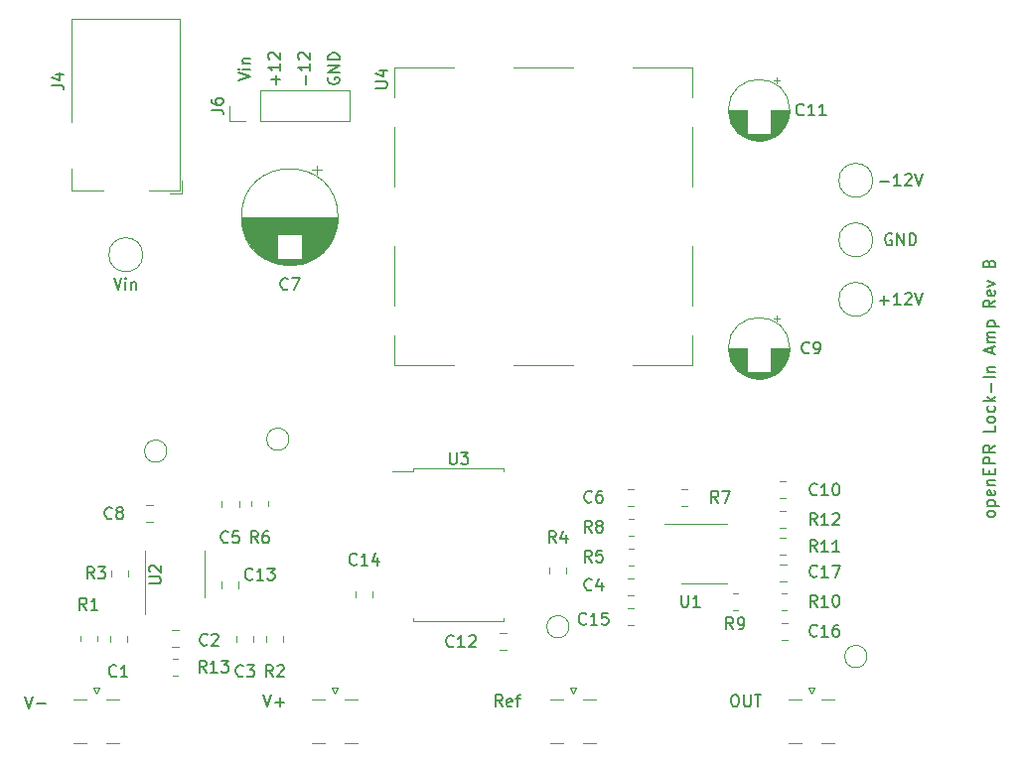
<source format=gbr>
%TF.GenerationSoftware,KiCad,Pcbnew,(5.1.8)-1*%
%TF.CreationDate,2021-05-16T11:41:04-04:00*%
%TF.ProjectId,openEPR_Lock-In,6f70656e-4550-4525-9f4c-6f636b2d496e,B*%
%TF.SameCoordinates,Original*%
%TF.FileFunction,Legend,Top*%
%TF.FilePolarity,Positive*%
%FSLAX46Y46*%
G04 Gerber Fmt 4.6, Leading zero omitted, Abs format (unit mm)*
G04 Created by KiCad (PCBNEW (5.1.8)-1) date 2021-05-16 11:41:04*
%MOMM*%
%LPD*%
G01*
G04 APERTURE LIST*
%ADD10C,0.150000*%
%ADD11C,0.120000*%
G04 APERTURE END LIST*
D10*
X55332380Y-29598809D02*
X56332380Y-29265476D01*
X55332380Y-28932142D01*
X56332380Y-28598809D02*
X55665714Y-28598809D01*
X55332380Y-28598809D02*
X55380000Y-28646428D01*
X55427619Y-28598809D01*
X55380000Y-28551190D01*
X55332380Y-28598809D01*
X55427619Y-28598809D01*
X55665714Y-28122619D02*
X56332380Y-28122619D01*
X55760952Y-28122619D02*
X55713333Y-28075000D01*
X55665714Y-27979761D01*
X55665714Y-27836904D01*
X55713333Y-27741666D01*
X55808571Y-27694047D01*
X56332380Y-27694047D01*
X44696190Y-46442380D02*
X45029523Y-47442380D01*
X45362857Y-46442380D01*
X45696190Y-47442380D02*
X45696190Y-46775714D01*
X45696190Y-46442380D02*
X45648571Y-46490000D01*
X45696190Y-46537619D01*
X45743809Y-46490000D01*
X45696190Y-46442380D01*
X45696190Y-46537619D01*
X46172380Y-46775714D02*
X46172380Y-47442380D01*
X46172380Y-46870952D02*
X46220000Y-46823333D01*
X46315238Y-46775714D01*
X46458095Y-46775714D01*
X46553333Y-46823333D01*
X46600952Y-46918571D01*
X46600952Y-47442380D01*
X63000000Y-29336904D02*
X62952380Y-29432142D01*
X62952380Y-29575000D01*
X63000000Y-29717857D01*
X63095238Y-29813095D01*
X63190476Y-29860714D01*
X63380952Y-29908333D01*
X63523809Y-29908333D01*
X63714285Y-29860714D01*
X63809523Y-29813095D01*
X63904761Y-29717857D01*
X63952380Y-29575000D01*
X63952380Y-29479761D01*
X63904761Y-29336904D01*
X63857142Y-29289285D01*
X63523809Y-29289285D01*
X63523809Y-29479761D01*
X63952380Y-28860714D02*
X62952380Y-28860714D01*
X63952380Y-28289285D01*
X62952380Y-28289285D01*
X63952380Y-27813095D02*
X62952380Y-27813095D01*
X62952380Y-27575000D01*
X63000000Y-27432142D01*
X63095238Y-27336904D01*
X63190476Y-27289285D01*
X63380952Y-27241666D01*
X63523809Y-27241666D01*
X63714285Y-27289285D01*
X63809523Y-27336904D01*
X63904761Y-27432142D01*
X63952380Y-27575000D01*
X63952380Y-27813095D01*
X61031428Y-29908333D02*
X61031428Y-29146428D01*
X61412380Y-28146428D02*
X61412380Y-28717857D01*
X61412380Y-28432142D02*
X60412380Y-28432142D01*
X60555238Y-28527380D01*
X60650476Y-28622619D01*
X60698095Y-28717857D01*
X60507619Y-27765476D02*
X60460000Y-27717857D01*
X60412380Y-27622619D01*
X60412380Y-27384523D01*
X60460000Y-27289285D01*
X60507619Y-27241666D01*
X60602857Y-27194047D01*
X60698095Y-27194047D01*
X60840952Y-27241666D01*
X61412380Y-27813095D01*
X61412380Y-27194047D01*
X58491428Y-29908333D02*
X58491428Y-29146428D01*
X58872380Y-29527380D02*
X58110476Y-29527380D01*
X58872380Y-28146428D02*
X58872380Y-28717857D01*
X58872380Y-28432142D02*
X57872380Y-28432142D01*
X58015238Y-28527380D01*
X58110476Y-28622619D01*
X58158095Y-28717857D01*
X57967619Y-27765476D02*
X57920000Y-27717857D01*
X57872380Y-27622619D01*
X57872380Y-27384523D01*
X57920000Y-27289285D01*
X57967619Y-27241666D01*
X58062857Y-27194047D01*
X58158095Y-27194047D01*
X58300952Y-27241666D01*
X58872380Y-27813095D01*
X58872380Y-27194047D01*
X109998095Y-38171428D02*
X110760000Y-38171428D01*
X111760000Y-38552380D02*
X111188571Y-38552380D01*
X111474285Y-38552380D02*
X111474285Y-37552380D01*
X111379047Y-37695238D01*
X111283809Y-37790476D01*
X111188571Y-37838095D01*
X112140952Y-37647619D02*
X112188571Y-37600000D01*
X112283809Y-37552380D01*
X112521904Y-37552380D01*
X112617142Y-37600000D01*
X112664761Y-37647619D01*
X112712380Y-37742857D01*
X112712380Y-37838095D01*
X112664761Y-37980952D01*
X112093333Y-38552380D01*
X112712380Y-38552380D01*
X112998095Y-37552380D02*
X113331428Y-38552380D01*
X113664761Y-37552380D01*
X109998095Y-48331428D02*
X110760000Y-48331428D01*
X110379047Y-48712380D02*
X110379047Y-47950476D01*
X111760000Y-48712380D02*
X111188571Y-48712380D01*
X111474285Y-48712380D02*
X111474285Y-47712380D01*
X111379047Y-47855238D01*
X111283809Y-47950476D01*
X111188571Y-47998095D01*
X112140952Y-47807619D02*
X112188571Y-47760000D01*
X112283809Y-47712380D01*
X112521904Y-47712380D01*
X112617142Y-47760000D01*
X112664761Y-47807619D01*
X112712380Y-47902857D01*
X112712380Y-47998095D01*
X112664761Y-48140952D01*
X112093333Y-48712380D01*
X112712380Y-48712380D01*
X112998095Y-47712380D02*
X113331428Y-48712380D01*
X113664761Y-47712380D01*
X110998095Y-42680000D02*
X110902857Y-42632380D01*
X110760000Y-42632380D01*
X110617142Y-42680000D01*
X110521904Y-42775238D01*
X110474285Y-42870476D01*
X110426666Y-43060952D01*
X110426666Y-43203809D01*
X110474285Y-43394285D01*
X110521904Y-43489523D01*
X110617142Y-43584761D01*
X110760000Y-43632380D01*
X110855238Y-43632380D01*
X110998095Y-43584761D01*
X111045714Y-43537142D01*
X111045714Y-43203809D01*
X110855238Y-43203809D01*
X111474285Y-43632380D02*
X111474285Y-42632380D01*
X112045714Y-43632380D01*
X112045714Y-42632380D01*
X112521904Y-43632380D02*
X112521904Y-42632380D01*
X112760000Y-42632380D01*
X112902857Y-42680000D01*
X112998095Y-42775238D01*
X113045714Y-42870476D01*
X113093333Y-43060952D01*
X113093333Y-43203809D01*
X113045714Y-43394285D01*
X112998095Y-43489523D01*
X112902857Y-43584761D01*
X112760000Y-43632380D01*
X112521904Y-43632380D01*
X119832380Y-66618095D02*
X119784761Y-66713333D01*
X119737142Y-66760952D01*
X119641904Y-66808571D01*
X119356190Y-66808571D01*
X119260952Y-66760952D01*
X119213333Y-66713333D01*
X119165714Y-66618095D01*
X119165714Y-66475238D01*
X119213333Y-66380000D01*
X119260952Y-66332380D01*
X119356190Y-66284761D01*
X119641904Y-66284761D01*
X119737142Y-66332380D01*
X119784761Y-66380000D01*
X119832380Y-66475238D01*
X119832380Y-66618095D01*
X119165714Y-65856190D02*
X120165714Y-65856190D01*
X119213333Y-65856190D02*
X119165714Y-65760952D01*
X119165714Y-65570476D01*
X119213333Y-65475238D01*
X119260952Y-65427619D01*
X119356190Y-65380000D01*
X119641904Y-65380000D01*
X119737142Y-65427619D01*
X119784761Y-65475238D01*
X119832380Y-65570476D01*
X119832380Y-65760952D01*
X119784761Y-65856190D01*
X119784761Y-64570476D02*
X119832380Y-64665714D01*
X119832380Y-64856190D01*
X119784761Y-64951428D01*
X119689523Y-64999047D01*
X119308571Y-64999047D01*
X119213333Y-64951428D01*
X119165714Y-64856190D01*
X119165714Y-64665714D01*
X119213333Y-64570476D01*
X119308571Y-64522857D01*
X119403809Y-64522857D01*
X119499047Y-64999047D01*
X119165714Y-64094285D02*
X119832380Y-64094285D01*
X119260952Y-64094285D02*
X119213333Y-64046666D01*
X119165714Y-63951428D01*
X119165714Y-63808571D01*
X119213333Y-63713333D01*
X119308571Y-63665714D01*
X119832380Y-63665714D01*
X119308571Y-63189523D02*
X119308571Y-62856190D01*
X119832380Y-62713333D02*
X119832380Y-63189523D01*
X118832380Y-63189523D01*
X118832380Y-62713333D01*
X119832380Y-62284761D02*
X118832380Y-62284761D01*
X118832380Y-61903809D01*
X118880000Y-61808571D01*
X118927619Y-61760952D01*
X119022857Y-61713333D01*
X119165714Y-61713333D01*
X119260952Y-61760952D01*
X119308571Y-61808571D01*
X119356190Y-61903809D01*
X119356190Y-62284761D01*
X119832380Y-60713333D02*
X119356190Y-61046666D01*
X119832380Y-61284761D02*
X118832380Y-61284761D01*
X118832380Y-60903809D01*
X118880000Y-60808571D01*
X118927619Y-60760952D01*
X119022857Y-60713333D01*
X119165714Y-60713333D01*
X119260952Y-60760952D01*
X119308571Y-60808571D01*
X119356190Y-60903809D01*
X119356190Y-61284761D01*
X119832380Y-59046666D02*
X119832380Y-59522857D01*
X118832380Y-59522857D01*
X119832380Y-58570476D02*
X119784761Y-58665714D01*
X119737142Y-58713333D01*
X119641904Y-58760952D01*
X119356190Y-58760952D01*
X119260952Y-58713333D01*
X119213333Y-58665714D01*
X119165714Y-58570476D01*
X119165714Y-58427619D01*
X119213333Y-58332380D01*
X119260952Y-58284761D01*
X119356190Y-58237142D01*
X119641904Y-58237142D01*
X119737142Y-58284761D01*
X119784761Y-58332380D01*
X119832380Y-58427619D01*
X119832380Y-58570476D01*
X119784761Y-57380000D02*
X119832380Y-57475238D01*
X119832380Y-57665714D01*
X119784761Y-57760952D01*
X119737142Y-57808571D01*
X119641904Y-57856190D01*
X119356190Y-57856190D01*
X119260952Y-57808571D01*
X119213333Y-57760952D01*
X119165714Y-57665714D01*
X119165714Y-57475238D01*
X119213333Y-57380000D01*
X119832380Y-56951428D02*
X118832380Y-56951428D01*
X119451428Y-56856190D02*
X119832380Y-56570476D01*
X119165714Y-56570476D02*
X119546666Y-56951428D01*
X119451428Y-56141904D02*
X119451428Y-55380000D01*
X119832380Y-54903809D02*
X118832380Y-54903809D01*
X119165714Y-54427619D02*
X119832380Y-54427619D01*
X119260952Y-54427619D02*
X119213333Y-54380000D01*
X119165714Y-54284761D01*
X119165714Y-54141904D01*
X119213333Y-54046666D01*
X119308571Y-53999047D01*
X119832380Y-53999047D01*
X119546666Y-52808571D02*
X119546666Y-52332380D01*
X119832380Y-52903809D02*
X118832380Y-52570476D01*
X119832380Y-52237142D01*
X119832380Y-51903809D02*
X119165714Y-51903809D01*
X119260952Y-51903809D02*
X119213333Y-51856190D01*
X119165714Y-51760952D01*
X119165714Y-51618095D01*
X119213333Y-51522857D01*
X119308571Y-51475238D01*
X119832380Y-51475238D01*
X119308571Y-51475238D02*
X119213333Y-51427619D01*
X119165714Y-51332380D01*
X119165714Y-51189523D01*
X119213333Y-51094285D01*
X119308571Y-51046666D01*
X119832380Y-51046666D01*
X119165714Y-50570476D02*
X120165714Y-50570476D01*
X119213333Y-50570476D02*
X119165714Y-50475238D01*
X119165714Y-50284761D01*
X119213333Y-50189523D01*
X119260952Y-50141904D01*
X119356190Y-50094285D01*
X119641904Y-50094285D01*
X119737142Y-50141904D01*
X119784761Y-50189523D01*
X119832380Y-50284761D01*
X119832380Y-50475238D01*
X119784761Y-50570476D01*
X119832380Y-48332380D02*
X119356190Y-48665714D01*
X119832380Y-48903809D02*
X118832380Y-48903809D01*
X118832380Y-48522857D01*
X118880000Y-48427619D01*
X118927619Y-48380000D01*
X119022857Y-48332380D01*
X119165714Y-48332380D01*
X119260952Y-48380000D01*
X119308571Y-48427619D01*
X119356190Y-48522857D01*
X119356190Y-48903809D01*
X119784761Y-47522857D02*
X119832380Y-47618095D01*
X119832380Y-47808571D01*
X119784761Y-47903809D01*
X119689523Y-47951428D01*
X119308571Y-47951428D01*
X119213333Y-47903809D01*
X119165714Y-47808571D01*
X119165714Y-47618095D01*
X119213333Y-47522857D01*
X119308571Y-47475238D01*
X119403809Y-47475238D01*
X119499047Y-47951428D01*
X119165714Y-47141904D02*
X119832380Y-46903809D01*
X119165714Y-46665714D01*
X119308571Y-45189523D02*
X119356190Y-45046666D01*
X119403809Y-44999047D01*
X119499047Y-44951428D01*
X119641904Y-44951428D01*
X119737142Y-44999047D01*
X119784761Y-45046666D01*
X119832380Y-45141904D01*
X119832380Y-45522857D01*
X118832380Y-45522857D01*
X118832380Y-45189523D01*
X118880000Y-45094285D01*
X118927619Y-45046666D01*
X119022857Y-44999047D01*
X119118095Y-44999047D01*
X119213333Y-45046666D01*
X119260952Y-45094285D01*
X119308571Y-45189523D01*
X119308571Y-45522857D01*
X97552000Y-82002380D02*
X97742476Y-82002380D01*
X97837714Y-82050000D01*
X97932952Y-82145238D01*
X97980571Y-82335714D01*
X97980571Y-82669047D01*
X97932952Y-82859523D01*
X97837714Y-82954761D01*
X97742476Y-83002380D01*
X97552000Y-83002380D01*
X97456761Y-82954761D01*
X97361523Y-82859523D01*
X97313904Y-82669047D01*
X97313904Y-82335714D01*
X97361523Y-82145238D01*
X97456761Y-82050000D01*
X97552000Y-82002380D01*
X98409142Y-82002380D02*
X98409142Y-82811904D01*
X98456761Y-82907142D01*
X98504380Y-82954761D01*
X98599619Y-83002380D01*
X98790095Y-83002380D01*
X98885333Y-82954761D01*
X98932952Y-82907142D01*
X98980571Y-82811904D01*
X98980571Y-82002380D01*
X99313904Y-82002380D02*
X99885333Y-82002380D01*
X99599619Y-83002380D02*
X99599619Y-82002380D01*
X77827238Y-83002380D02*
X77493904Y-82526190D01*
X77255809Y-83002380D02*
X77255809Y-82002380D01*
X77636761Y-82002380D01*
X77732000Y-82050000D01*
X77779619Y-82097619D01*
X77827238Y-82192857D01*
X77827238Y-82335714D01*
X77779619Y-82430952D01*
X77732000Y-82478571D01*
X77636761Y-82526190D01*
X77255809Y-82526190D01*
X78636761Y-82954761D02*
X78541523Y-83002380D01*
X78351047Y-83002380D01*
X78255809Y-82954761D01*
X78208190Y-82859523D01*
X78208190Y-82478571D01*
X78255809Y-82383333D01*
X78351047Y-82335714D01*
X78541523Y-82335714D01*
X78636761Y-82383333D01*
X78684380Y-82478571D01*
X78684380Y-82573809D01*
X78208190Y-82669047D01*
X78970095Y-82335714D02*
X79351047Y-82335714D01*
X79112952Y-83002380D02*
X79112952Y-82145238D01*
X79160571Y-82050000D01*
X79255809Y-82002380D01*
X79351047Y-82002380D01*
X57467619Y-82002380D02*
X57800952Y-83002380D01*
X58134285Y-82002380D01*
X58467619Y-82621428D02*
X59229523Y-82621428D01*
X58848571Y-83002380D02*
X58848571Y-82240476D01*
X37147619Y-82129380D02*
X37480952Y-83129380D01*
X37814285Y-82129380D01*
X38147619Y-82748428D02*
X38909523Y-82748428D01*
D11*
%TO.C,R13*%
X50138064Y-80364000D02*
X49683936Y-80364000D01*
X50138064Y-78894000D02*
X49683936Y-78894000D01*
%TO.C,J6*%
X64830000Y-33080000D02*
X64830000Y-30420000D01*
X57150000Y-33080000D02*
X64830000Y-33080000D01*
X57150000Y-30420000D02*
X64830000Y-30420000D01*
X57150000Y-33080000D02*
X57150000Y-30420000D01*
X55880000Y-33080000D02*
X54550000Y-33080000D01*
X54550000Y-33080000D02*
X54550000Y-31750000D01*
%TO.C,R7*%
X93556064Y-65886000D02*
X93101936Y-65886000D01*
X93556064Y-64416000D02*
X93101936Y-64416000D01*
%TO.C,TP8*%
X83500000Y-76200000D02*
G75*
G03*
X83500000Y-76200000I-950000J0D01*
G01*
%TO.C,TP7*%
X108900000Y-78740000D02*
G75*
G03*
X108900000Y-78740000I-950000J0D01*
G01*
%TO.C,TP6*%
X59624000Y-60198000D02*
G75*
G03*
X59624000Y-60198000I-950000J0D01*
G01*
%TO.C,TP5*%
X49210000Y-61214000D02*
G75*
G03*
X49210000Y-61214000I-950000J0D01*
G01*
%TO.C,U4*%
X93980000Y-43688000D02*
X93980000Y-48768000D01*
X93980000Y-38608000D02*
X93980000Y-33528000D01*
X93980000Y-30988000D02*
X93980000Y-28448000D01*
X91440000Y-28448000D02*
X93980000Y-28448000D01*
X91440000Y-28448000D02*
X88900000Y-28448000D01*
X93980000Y-51308000D02*
X93980000Y-53848000D01*
X93980000Y-53848000D02*
X88900000Y-53848000D01*
X83820000Y-53848000D02*
X78740000Y-53848000D01*
X73660000Y-53848000D02*
X68580000Y-53848000D01*
X68580000Y-53848000D02*
X68580000Y-51308000D01*
X68580000Y-48768000D02*
X68580000Y-43688000D01*
X68580000Y-38608000D02*
X68580000Y-33528000D01*
X83820000Y-28448000D02*
X78740000Y-28448000D01*
X73660000Y-28448000D02*
X68580000Y-28448000D01*
X68580000Y-28448000D02*
X68580000Y-30988000D01*
%TO.C,TP4*%
X109400000Y-38100000D02*
G75*
G03*
X109400000Y-38100000I-1450000J0D01*
G01*
%TO.C,TP3*%
X109400000Y-48260000D02*
G75*
G03*
X109400000Y-48260000I-1450000J0D01*
G01*
%TO.C,TP2*%
X47170000Y-44450000D02*
G75*
G03*
X47170000Y-44450000I-1450000J0D01*
G01*
%TO.C,TP1*%
X109400000Y-43180000D02*
G75*
G03*
X109400000Y-43180000I-1450000J0D01*
G01*
%TO.C,J4*%
X50320000Y-39000000D02*
X47720000Y-39000000D01*
X50320000Y-24300000D02*
X50320000Y-39000000D01*
X41120000Y-39000000D02*
X41120000Y-37100000D01*
X43820000Y-39000000D02*
X41120000Y-39000000D01*
X41120000Y-24300000D02*
X50320000Y-24300000D01*
X41120000Y-33100000D02*
X41120000Y-24300000D01*
X50520000Y-38150000D02*
X50520000Y-39200000D01*
X49470000Y-39200000D02*
X50520000Y-39200000D01*
%TO.C,C15*%
X89034252Y-74576000D02*
X88511748Y-74576000D01*
X89034252Y-76046000D02*
X88511748Y-76046000D01*
%TO.C,C1*%
X44350000Y-76976248D02*
X44350000Y-77498752D01*
X45820000Y-76976248D02*
X45820000Y-77498752D01*
%TO.C,C2*%
X50193752Y-77951000D02*
X49671248Y-77951000D01*
X50193752Y-76481000D02*
X49671248Y-76481000D01*
%TO.C,C3*%
X55145000Y-77498752D02*
X55145000Y-76976248D01*
X56615000Y-77498752D02*
X56615000Y-76976248D01*
%TO.C,C5*%
X53900400Y-65444648D02*
X53900400Y-65967152D01*
X55370400Y-65444648D02*
X55370400Y-65967152D01*
%TO.C,C8*%
X47991752Y-65813000D02*
X47469248Y-65813000D01*
X47991752Y-67283000D02*
X47469248Y-67283000D01*
%TO.C,C12*%
X78133752Y-76735000D02*
X77611248Y-76735000D01*
X78133752Y-78205000D02*
X77611248Y-78205000D01*
%TO.C,J1*%
X64340000Y-82418000D02*
X65450000Y-82418000D01*
X61550000Y-82418000D02*
X62660000Y-82418000D01*
X64340000Y-86128000D02*
X65450000Y-86128000D01*
X61550000Y-86128000D02*
X62660000Y-86128000D01*
X63500000Y-81868000D02*
X63750000Y-81368000D01*
X63750000Y-81368000D02*
X63250000Y-81368000D01*
X63250000Y-81368000D02*
X63500000Y-81868000D01*
%TO.C,J2*%
X42930000Y-81368000D02*
X43180000Y-81868000D01*
X43430000Y-81368000D02*
X42930000Y-81368000D01*
X43180000Y-81868000D02*
X43430000Y-81368000D01*
X41230000Y-86128000D02*
X42340000Y-86128000D01*
X44020000Y-86128000D02*
X45130000Y-86128000D01*
X41230000Y-82418000D02*
X42340000Y-82418000D01*
X44020000Y-82418000D02*
X45130000Y-82418000D01*
%TO.C,J3*%
X104980000Y-82418000D02*
X106090000Y-82418000D01*
X102190000Y-82418000D02*
X103300000Y-82418000D01*
X104980000Y-86128000D02*
X106090000Y-86128000D01*
X102190000Y-86128000D02*
X103300000Y-86128000D01*
X104140000Y-81868000D02*
X104390000Y-81368000D01*
X104390000Y-81368000D02*
X103890000Y-81368000D01*
X103890000Y-81368000D02*
X104140000Y-81868000D01*
%TO.C,R1*%
X41810000Y-76972936D02*
X41810000Y-77427064D01*
X43280000Y-76972936D02*
X43280000Y-77427064D01*
%TO.C,R2*%
X59155000Y-77004936D02*
X59155000Y-77459064D01*
X57685000Y-77004936D02*
X57685000Y-77459064D01*
%TO.C,R3*%
X45947000Y-71416936D02*
X45947000Y-71871064D01*
X44477000Y-71416936D02*
X44477000Y-71871064D01*
%TO.C,R6*%
X57885000Y-65902064D02*
X57885000Y-65447936D01*
X56415000Y-65902064D02*
X56415000Y-65447936D01*
%TO.C,U2*%
X47351000Y-71693000D02*
X47351000Y-75143000D01*
X47351000Y-71693000D02*
X47351000Y-69743000D01*
X52471000Y-71693000D02*
X52471000Y-73643000D01*
X52471000Y-71693000D02*
X52471000Y-69743000D01*
%TO.C,U3*%
X70230000Y-62940000D02*
X68415000Y-62940000D01*
X70230000Y-62705000D02*
X70230000Y-62940000D01*
X74090000Y-62705000D02*
X70230000Y-62705000D01*
X77950000Y-62705000D02*
X77950000Y-62940000D01*
X74090000Y-62705000D02*
X77950000Y-62705000D01*
X70230000Y-75725000D02*
X70230000Y-75490000D01*
X74090000Y-75725000D02*
X70230000Y-75725000D01*
X77950000Y-75725000D02*
X77950000Y-75490000D01*
X74090000Y-75725000D02*
X77950000Y-75725000D01*
%TO.C,J5*%
X84660000Y-82418000D02*
X85770000Y-82418000D01*
X81870000Y-82418000D02*
X82980000Y-82418000D01*
X84660000Y-86128000D02*
X85770000Y-86128000D01*
X81870000Y-86128000D02*
X82980000Y-86128000D01*
X83820000Y-81868000D02*
X84070000Y-81368000D01*
X84070000Y-81368000D02*
X83570000Y-81368000D01*
X83570000Y-81368000D02*
X83820000Y-81868000D01*
%TO.C,C13*%
X53875000Y-72883752D02*
X53875000Y-72361248D01*
X55345000Y-72883752D02*
X55345000Y-72361248D01*
%TO.C,C14*%
X65305000Y-73166248D02*
X65305000Y-73688752D01*
X66775000Y-73166248D02*
X66775000Y-73688752D01*
%TO.C,C7*%
X63810000Y-41235000D02*
G75*
G03*
X63810000Y-41235000I-4120000J0D01*
G01*
X63770000Y-41235000D02*
X55610000Y-41235000D01*
X63770000Y-41275000D02*
X55610000Y-41275000D01*
X63770000Y-41315000D02*
X55610000Y-41315000D01*
X63769000Y-41355000D02*
X55611000Y-41355000D01*
X63767000Y-41395000D02*
X55613000Y-41395000D01*
X63766000Y-41435000D02*
X55614000Y-41435000D01*
X63764000Y-41475000D02*
X55616000Y-41475000D01*
X63761000Y-41515000D02*
X55619000Y-41515000D01*
X63758000Y-41555000D02*
X55622000Y-41555000D01*
X63755000Y-41595000D02*
X55625000Y-41595000D01*
X63751000Y-41635000D02*
X55629000Y-41635000D01*
X63747000Y-41675000D02*
X55633000Y-41675000D01*
X63742000Y-41715000D02*
X55638000Y-41715000D01*
X63738000Y-41755000D02*
X55642000Y-41755000D01*
X63732000Y-41795000D02*
X55648000Y-41795000D01*
X63727000Y-41835000D02*
X55653000Y-41835000D01*
X63720000Y-41875000D02*
X55660000Y-41875000D01*
X63714000Y-41915000D02*
X55666000Y-41915000D01*
X63707000Y-41956000D02*
X55673000Y-41956000D01*
X63700000Y-41996000D02*
X55680000Y-41996000D01*
X63692000Y-42036000D02*
X55688000Y-42036000D01*
X63684000Y-42076000D02*
X55696000Y-42076000D01*
X63675000Y-42116000D02*
X55705000Y-42116000D01*
X63666000Y-42156000D02*
X55714000Y-42156000D01*
X63657000Y-42196000D02*
X55723000Y-42196000D01*
X63647000Y-42236000D02*
X55733000Y-42236000D01*
X63637000Y-42276000D02*
X55743000Y-42276000D01*
X63626000Y-42316000D02*
X55754000Y-42316000D01*
X63615000Y-42356000D02*
X55765000Y-42356000D01*
X63604000Y-42396000D02*
X55776000Y-42396000D01*
X63592000Y-42436000D02*
X55788000Y-42436000D01*
X63579000Y-42476000D02*
X55801000Y-42476000D01*
X63567000Y-42516000D02*
X55813000Y-42516000D01*
X63553000Y-42556000D02*
X55827000Y-42556000D01*
X63540000Y-42596000D02*
X55840000Y-42596000D01*
X63525000Y-42636000D02*
X55855000Y-42636000D01*
X63511000Y-42676000D02*
X55869000Y-42676000D01*
X63495000Y-42716000D02*
X60730000Y-42716000D01*
X58650000Y-42716000D02*
X55885000Y-42716000D01*
X63480000Y-42756000D02*
X60730000Y-42756000D01*
X58650000Y-42756000D02*
X55900000Y-42756000D01*
X63464000Y-42796000D02*
X60730000Y-42796000D01*
X58650000Y-42796000D02*
X55916000Y-42796000D01*
X63447000Y-42836000D02*
X60730000Y-42836000D01*
X58650000Y-42836000D02*
X55933000Y-42836000D01*
X63430000Y-42876000D02*
X60730000Y-42876000D01*
X58650000Y-42876000D02*
X55950000Y-42876000D01*
X63412000Y-42916000D02*
X60730000Y-42916000D01*
X58650000Y-42916000D02*
X55968000Y-42916000D01*
X63394000Y-42956000D02*
X60730000Y-42956000D01*
X58650000Y-42956000D02*
X55986000Y-42956000D01*
X63376000Y-42996000D02*
X60730000Y-42996000D01*
X58650000Y-42996000D02*
X56004000Y-42996000D01*
X63356000Y-43036000D02*
X60730000Y-43036000D01*
X58650000Y-43036000D02*
X56024000Y-43036000D01*
X63337000Y-43076000D02*
X60730000Y-43076000D01*
X58650000Y-43076000D02*
X56043000Y-43076000D01*
X63317000Y-43116000D02*
X60730000Y-43116000D01*
X58650000Y-43116000D02*
X56063000Y-43116000D01*
X63296000Y-43156000D02*
X60730000Y-43156000D01*
X58650000Y-43156000D02*
X56084000Y-43156000D01*
X63274000Y-43196000D02*
X60730000Y-43196000D01*
X58650000Y-43196000D02*
X56106000Y-43196000D01*
X63252000Y-43236000D02*
X60730000Y-43236000D01*
X58650000Y-43236000D02*
X56128000Y-43236000D01*
X63230000Y-43276000D02*
X60730000Y-43276000D01*
X58650000Y-43276000D02*
X56150000Y-43276000D01*
X63207000Y-43316000D02*
X60730000Y-43316000D01*
X58650000Y-43316000D02*
X56173000Y-43316000D01*
X63183000Y-43356000D02*
X60730000Y-43356000D01*
X58650000Y-43356000D02*
X56197000Y-43356000D01*
X63159000Y-43396000D02*
X60730000Y-43396000D01*
X58650000Y-43396000D02*
X56221000Y-43396000D01*
X63134000Y-43436000D02*
X60730000Y-43436000D01*
X58650000Y-43436000D02*
X56246000Y-43436000D01*
X63108000Y-43476000D02*
X60730000Y-43476000D01*
X58650000Y-43476000D02*
X56272000Y-43476000D01*
X63082000Y-43516000D02*
X60730000Y-43516000D01*
X58650000Y-43516000D02*
X56298000Y-43516000D01*
X63055000Y-43556000D02*
X60730000Y-43556000D01*
X58650000Y-43556000D02*
X56325000Y-43556000D01*
X63028000Y-43596000D02*
X60730000Y-43596000D01*
X58650000Y-43596000D02*
X56352000Y-43596000D01*
X62999000Y-43636000D02*
X60730000Y-43636000D01*
X58650000Y-43636000D02*
X56381000Y-43636000D01*
X62970000Y-43676000D02*
X60730000Y-43676000D01*
X58650000Y-43676000D02*
X56410000Y-43676000D01*
X62940000Y-43716000D02*
X60730000Y-43716000D01*
X58650000Y-43716000D02*
X56440000Y-43716000D01*
X62910000Y-43756000D02*
X60730000Y-43756000D01*
X58650000Y-43756000D02*
X56470000Y-43756000D01*
X62879000Y-43796000D02*
X60730000Y-43796000D01*
X58650000Y-43796000D02*
X56501000Y-43796000D01*
X62846000Y-43836000D02*
X60730000Y-43836000D01*
X58650000Y-43836000D02*
X56534000Y-43836000D01*
X62814000Y-43876000D02*
X60730000Y-43876000D01*
X58650000Y-43876000D02*
X56566000Y-43876000D01*
X62780000Y-43916000D02*
X60730000Y-43916000D01*
X58650000Y-43916000D02*
X56600000Y-43916000D01*
X62745000Y-43956000D02*
X60730000Y-43956000D01*
X58650000Y-43956000D02*
X56635000Y-43956000D01*
X62709000Y-43996000D02*
X60730000Y-43996000D01*
X58650000Y-43996000D02*
X56671000Y-43996000D01*
X62673000Y-44036000D02*
X60730000Y-44036000D01*
X58650000Y-44036000D02*
X56707000Y-44036000D01*
X62635000Y-44076000D02*
X60730000Y-44076000D01*
X58650000Y-44076000D02*
X56745000Y-44076000D01*
X62597000Y-44116000D02*
X60730000Y-44116000D01*
X58650000Y-44116000D02*
X56783000Y-44116000D01*
X62557000Y-44156000D02*
X60730000Y-44156000D01*
X58650000Y-44156000D02*
X56823000Y-44156000D01*
X62516000Y-44196000D02*
X60730000Y-44196000D01*
X58650000Y-44196000D02*
X56864000Y-44196000D01*
X62474000Y-44236000D02*
X60730000Y-44236000D01*
X58650000Y-44236000D02*
X56906000Y-44236000D01*
X62431000Y-44276000D02*
X60730000Y-44276000D01*
X58650000Y-44276000D02*
X56949000Y-44276000D01*
X62387000Y-44316000D02*
X60730000Y-44316000D01*
X58650000Y-44316000D02*
X56993000Y-44316000D01*
X62341000Y-44356000D02*
X60730000Y-44356000D01*
X58650000Y-44356000D02*
X57039000Y-44356000D01*
X62294000Y-44396000D02*
X60730000Y-44396000D01*
X58650000Y-44396000D02*
X57086000Y-44396000D01*
X62246000Y-44436000D02*
X60730000Y-44436000D01*
X58650000Y-44436000D02*
X57134000Y-44436000D01*
X62195000Y-44476000D02*
X60730000Y-44476000D01*
X58650000Y-44476000D02*
X57185000Y-44476000D01*
X62144000Y-44516000D02*
X60730000Y-44516000D01*
X58650000Y-44516000D02*
X57236000Y-44516000D01*
X62090000Y-44556000D02*
X60730000Y-44556000D01*
X58650000Y-44556000D02*
X57290000Y-44556000D01*
X62035000Y-44596000D02*
X60730000Y-44596000D01*
X58650000Y-44596000D02*
X57345000Y-44596000D01*
X61977000Y-44636000D02*
X60730000Y-44636000D01*
X58650000Y-44636000D02*
X57403000Y-44636000D01*
X61918000Y-44676000D02*
X60730000Y-44676000D01*
X58650000Y-44676000D02*
X57462000Y-44676000D01*
X61856000Y-44716000D02*
X60730000Y-44716000D01*
X58650000Y-44716000D02*
X57524000Y-44716000D01*
X61792000Y-44756000D02*
X60730000Y-44756000D01*
X58650000Y-44756000D02*
X57588000Y-44756000D01*
X61724000Y-44796000D02*
X57656000Y-44796000D01*
X61654000Y-44836000D02*
X57726000Y-44836000D01*
X61580000Y-44876000D02*
X57800000Y-44876000D01*
X61503000Y-44916000D02*
X57877000Y-44916000D01*
X61421000Y-44956000D02*
X57959000Y-44956000D01*
X61335000Y-44996000D02*
X58045000Y-44996000D01*
X61242000Y-45036000D02*
X58138000Y-45036000D01*
X61143000Y-45076000D02*
X58237000Y-45076000D01*
X61036000Y-45116000D02*
X58344000Y-45116000D01*
X60919000Y-45156000D02*
X58461000Y-45156000D01*
X60788000Y-45196000D02*
X58592000Y-45196000D01*
X60638000Y-45236000D02*
X58742000Y-45236000D01*
X60458000Y-45276000D02*
X58922000Y-45276000D01*
X60223000Y-45316000D02*
X59157000Y-45316000D01*
X62005000Y-36825302D02*
X62005000Y-37625302D01*
X62405000Y-37225302D02*
X61605000Y-37225302D01*
%TO.C,C9*%
X102315000Y-52435000D02*
G75*
G03*
X102315000Y-52435000I-2620000J0D01*
G01*
X98655000Y-52435000D02*
X97115000Y-52435000D01*
X102275000Y-52435000D02*
X100735000Y-52435000D01*
X98655000Y-52475000D02*
X97115000Y-52475000D01*
X102275000Y-52475000D02*
X100735000Y-52475000D01*
X102274000Y-52515000D02*
X100735000Y-52515000D01*
X98655000Y-52515000D02*
X97116000Y-52515000D01*
X102273000Y-52555000D02*
X100735000Y-52555000D01*
X98655000Y-52555000D02*
X97117000Y-52555000D01*
X102271000Y-52595000D02*
X100735000Y-52595000D01*
X98655000Y-52595000D02*
X97119000Y-52595000D01*
X102268000Y-52635000D02*
X100735000Y-52635000D01*
X98655000Y-52635000D02*
X97122000Y-52635000D01*
X102264000Y-52675000D02*
X100735000Y-52675000D01*
X98655000Y-52675000D02*
X97126000Y-52675000D01*
X102260000Y-52715000D02*
X100735000Y-52715000D01*
X98655000Y-52715000D02*
X97130000Y-52715000D01*
X102256000Y-52755000D02*
X100735000Y-52755000D01*
X98655000Y-52755000D02*
X97134000Y-52755000D01*
X102251000Y-52795000D02*
X100735000Y-52795000D01*
X98655000Y-52795000D02*
X97139000Y-52795000D01*
X102245000Y-52835000D02*
X100735000Y-52835000D01*
X98655000Y-52835000D02*
X97145000Y-52835000D01*
X102238000Y-52875000D02*
X100735000Y-52875000D01*
X98655000Y-52875000D02*
X97152000Y-52875000D01*
X102231000Y-52915000D02*
X100735000Y-52915000D01*
X98655000Y-52915000D02*
X97159000Y-52915000D01*
X102223000Y-52955000D02*
X100735000Y-52955000D01*
X98655000Y-52955000D02*
X97167000Y-52955000D01*
X102215000Y-52995000D02*
X100735000Y-52995000D01*
X98655000Y-52995000D02*
X97175000Y-52995000D01*
X102206000Y-53035000D02*
X100735000Y-53035000D01*
X98655000Y-53035000D02*
X97184000Y-53035000D01*
X102196000Y-53075000D02*
X100735000Y-53075000D01*
X98655000Y-53075000D02*
X97194000Y-53075000D01*
X102186000Y-53115000D02*
X100735000Y-53115000D01*
X98655000Y-53115000D02*
X97204000Y-53115000D01*
X102175000Y-53156000D02*
X100735000Y-53156000D01*
X98655000Y-53156000D02*
X97215000Y-53156000D01*
X102163000Y-53196000D02*
X100735000Y-53196000D01*
X98655000Y-53196000D02*
X97227000Y-53196000D01*
X102150000Y-53236000D02*
X100735000Y-53236000D01*
X98655000Y-53236000D02*
X97240000Y-53236000D01*
X102137000Y-53276000D02*
X100735000Y-53276000D01*
X98655000Y-53276000D02*
X97253000Y-53276000D01*
X102123000Y-53316000D02*
X100735000Y-53316000D01*
X98655000Y-53316000D02*
X97267000Y-53316000D01*
X102109000Y-53356000D02*
X100735000Y-53356000D01*
X98655000Y-53356000D02*
X97281000Y-53356000D01*
X102093000Y-53396000D02*
X100735000Y-53396000D01*
X98655000Y-53396000D02*
X97297000Y-53396000D01*
X102077000Y-53436000D02*
X100735000Y-53436000D01*
X98655000Y-53436000D02*
X97313000Y-53436000D01*
X102060000Y-53476000D02*
X100735000Y-53476000D01*
X98655000Y-53476000D02*
X97330000Y-53476000D01*
X102043000Y-53516000D02*
X100735000Y-53516000D01*
X98655000Y-53516000D02*
X97347000Y-53516000D01*
X102024000Y-53556000D02*
X100735000Y-53556000D01*
X98655000Y-53556000D02*
X97366000Y-53556000D01*
X102005000Y-53596000D02*
X100735000Y-53596000D01*
X98655000Y-53596000D02*
X97385000Y-53596000D01*
X101985000Y-53636000D02*
X100735000Y-53636000D01*
X98655000Y-53636000D02*
X97405000Y-53636000D01*
X101963000Y-53676000D02*
X100735000Y-53676000D01*
X98655000Y-53676000D02*
X97427000Y-53676000D01*
X101942000Y-53716000D02*
X100735000Y-53716000D01*
X98655000Y-53716000D02*
X97448000Y-53716000D01*
X101919000Y-53756000D02*
X100735000Y-53756000D01*
X98655000Y-53756000D02*
X97471000Y-53756000D01*
X101895000Y-53796000D02*
X100735000Y-53796000D01*
X98655000Y-53796000D02*
X97495000Y-53796000D01*
X101870000Y-53836000D02*
X100735000Y-53836000D01*
X98655000Y-53836000D02*
X97520000Y-53836000D01*
X101844000Y-53876000D02*
X100735000Y-53876000D01*
X98655000Y-53876000D02*
X97546000Y-53876000D01*
X101817000Y-53916000D02*
X100735000Y-53916000D01*
X98655000Y-53916000D02*
X97573000Y-53916000D01*
X101790000Y-53956000D02*
X100735000Y-53956000D01*
X98655000Y-53956000D02*
X97600000Y-53956000D01*
X101760000Y-53996000D02*
X100735000Y-53996000D01*
X98655000Y-53996000D02*
X97630000Y-53996000D01*
X101730000Y-54036000D02*
X100735000Y-54036000D01*
X98655000Y-54036000D02*
X97660000Y-54036000D01*
X101699000Y-54076000D02*
X100735000Y-54076000D01*
X98655000Y-54076000D02*
X97691000Y-54076000D01*
X101666000Y-54116000D02*
X100735000Y-54116000D01*
X98655000Y-54116000D02*
X97724000Y-54116000D01*
X101632000Y-54156000D02*
X100735000Y-54156000D01*
X98655000Y-54156000D02*
X97758000Y-54156000D01*
X101596000Y-54196000D02*
X100735000Y-54196000D01*
X98655000Y-54196000D02*
X97794000Y-54196000D01*
X101559000Y-54236000D02*
X100735000Y-54236000D01*
X98655000Y-54236000D02*
X97831000Y-54236000D01*
X101521000Y-54276000D02*
X100735000Y-54276000D01*
X98655000Y-54276000D02*
X97869000Y-54276000D01*
X101480000Y-54316000D02*
X100735000Y-54316000D01*
X98655000Y-54316000D02*
X97910000Y-54316000D01*
X101438000Y-54356000D02*
X100735000Y-54356000D01*
X98655000Y-54356000D02*
X97952000Y-54356000D01*
X101394000Y-54396000D02*
X100735000Y-54396000D01*
X98655000Y-54396000D02*
X97996000Y-54396000D01*
X101348000Y-54436000D02*
X100735000Y-54436000D01*
X98655000Y-54436000D02*
X98042000Y-54436000D01*
X101300000Y-54476000D02*
X98090000Y-54476000D01*
X101249000Y-54516000D02*
X98141000Y-54516000D01*
X101195000Y-54556000D02*
X98195000Y-54556000D01*
X101138000Y-54596000D02*
X98252000Y-54596000D01*
X101078000Y-54636000D02*
X98312000Y-54636000D01*
X101014000Y-54676000D02*
X98376000Y-54676000D01*
X100946000Y-54716000D02*
X98444000Y-54716000D01*
X100873000Y-54756000D02*
X98517000Y-54756000D01*
X100793000Y-54796000D02*
X98597000Y-54796000D01*
X100706000Y-54836000D02*
X98684000Y-54836000D01*
X100610000Y-54876000D02*
X98780000Y-54876000D01*
X100500000Y-54916000D02*
X98890000Y-54916000D01*
X100372000Y-54956000D02*
X99018000Y-54956000D01*
X100213000Y-54996000D02*
X99177000Y-54996000D01*
X99979000Y-55036000D02*
X99411000Y-55036000D01*
X101170000Y-49630225D02*
X101170000Y-50130225D01*
X101420000Y-49880225D02*
X100920000Y-49880225D01*
%TO.C,C11*%
X101420000Y-29560225D02*
X100920000Y-29560225D01*
X101170000Y-29310225D02*
X101170000Y-29810225D01*
X99979000Y-34716000D02*
X99411000Y-34716000D01*
X100213000Y-34676000D02*
X99177000Y-34676000D01*
X100372000Y-34636000D02*
X99018000Y-34636000D01*
X100500000Y-34596000D02*
X98890000Y-34596000D01*
X100610000Y-34556000D02*
X98780000Y-34556000D01*
X100706000Y-34516000D02*
X98684000Y-34516000D01*
X100793000Y-34476000D02*
X98597000Y-34476000D01*
X100873000Y-34436000D02*
X98517000Y-34436000D01*
X100946000Y-34396000D02*
X98444000Y-34396000D01*
X101014000Y-34356000D02*
X98376000Y-34356000D01*
X101078000Y-34316000D02*
X98312000Y-34316000D01*
X101138000Y-34276000D02*
X98252000Y-34276000D01*
X101195000Y-34236000D02*
X98195000Y-34236000D01*
X101249000Y-34196000D02*
X98141000Y-34196000D01*
X101300000Y-34156000D02*
X98090000Y-34156000D01*
X98655000Y-34116000D02*
X98042000Y-34116000D01*
X101348000Y-34116000D02*
X100735000Y-34116000D01*
X98655000Y-34076000D02*
X97996000Y-34076000D01*
X101394000Y-34076000D02*
X100735000Y-34076000D01*
X98655000Y-34036000D02*
X97952000Y-34036000D01*
X101438000Y-34036000D02*
X100735000Y-34036000D01*
X98655000Y-33996000D02*
X97910000Y-33996000D01*
X101480000Y-33996000D02*
X100735000Y-33996000D01*
X98655000Y-33956000D02*
X97869000Y-33956000D01*
X101521000Y-33956000D02*
X100735000Y-33956000D01*
X98655000Y-33916000D02*
X97831000Y-33916000D01*
X101559000Y-33916000D02*
X100735000Y-33916000D01*
X98655000Y-33876000D02*
X97794000Y-33876000D01*
X101596000Y-33876000D02*
X100735000Y-33876000D01*
X98655000Y-33836000D02*
X97758000Y-33836000D01*
X101632000Y-33836000D02*
X100735000Y-33836000D01*
X98655000Y-33796000D02*
X97724000Y-33796000D01*
X101666000Y-33796000D02*
X100735000Y-33796000D01*
X98655000Y-33756000D02*
X97691000Y-33756000D01*
X101699000Y-33756000D02*
X100735000Y-33756000D01*
X98655000Y-33716000D02*
X97660000Y-33716000D01*
X101730000Y-33716000D02*
X100735000Y-33716000D01*
X98655000Y-33676000D02*
X97630000Y-33676000D01*
X101760000Y-33676000D02*
X100735000Y-33676000D01*
X98655000Y-33636000D02*
X97600000Y-33636000D01*
X101790000Y-33636000D02*
X100735000Y-33636000D01*
X98655000Y-33596000D02*
X97573000Y-33596000D01*
X101817000Y-33596000D02*
X100735000Y-33596000D01*
X98655000Y-33556000D02*
X97546000Y-33556000D01*
X101844000Y-33556000D02*
X100735000Y-33556000D01*
X98655000Y-33516000D02*
X97520000Y-33516000D01*
X101870000Y-33516000D02*
X100735000Y-33516000D01*
X98655000Y-33476000D02*
X97495000Y-33476000D01*
X101895000Y-33476000D02*
X100735000Y-33476000D01*
X98655000Y-33436000D02*
X97471000Y-33436000D01*
X101919000Y-33436000D02*
X100735000Y-33436000D01*
X98655000Y-33396000D02*
X97448000Y-33396000D01*
X101942000Y-33396000D02*
X100735000Y-33396000D01*
X98655000Y-33356000D02*
X97427000Y-33356000D01*
X101963000Y-33356000D02*
X100735000Y-33356000D01*
X98655000Y-33316000D02*
X97405000Y-33316000D01*
X101985000Y-33316000D02*
X100735000Y-33316000D01*
X98655000Y-33276000D02*
X97385000Y-33276000D01*
X102005000Y-33276000D02*
X100735000Y-33276000D01*
X98655000Y-33236000D02*
X97366000Y-33236000D01*
X102024000Y-33236000D02*
X100735000Y-33236000D01*
X98655000Y-33196000D02*
X97347000Y-33196000D01*
X102043000Y-33196000D02*
X100735000Y-33196000D01*
X98655000Y-33156000D02*
X97330000Y-33156000D01*
X102060000Y-33156000D02*
X100735000Y-33156000D01*
X98655000Y-33116000D02*
X97313000Y-33116000D01*
X102077000Y-33116000D02*
X100735000Y-33116000D01*
X98655000Y-33076000D02*
X97297000Y-33076000D01*
X102093000Y-33076000D02*
X100735000Y-33076000D01*
X98655000Y-33036000D02*
X97281000Y-33036000D01*
X102109000Y-33036000D02*
X100735000Y-33036000D01*
X98655000Y-32996000D02*
X97267000Y-32996000D01*
X102123000Y-32996000D02*
X100735000Y-32996000D01*
X98655000Y-32956000D02*
X97253000Y-32956000D01*
X102137000Y-32956000D02*
X100735000Y-32956000D01*
X98655000Y-32916000D02*
X97240000Y-32916000D01*
X102150000Y-32916000D02*
X100735000Y-32916000D01*
X98655000Y-32876000D02*
X97227000Y-32876000D01*
X102163000Y-32876000D02*
X100735000Y-32876000D01*
X98655000Y-32836000D02*
X97215000Y-32836000D01*
X102175000Y-32836000D02*
X100735000Y-32836000D01*
X98655000Y-32795000D02*
X97204000Y-32795000D01*
X102186000Y-32795000D02*
X100735000Y-32795000D01*
X98655000Y-32755000D02*
X97194000Y-32755000D01*
X102196000Y-32755000D02*
X100735000Y-32755000D01*
X98655000Y-32715000D02*
X97184000Y-32715000D01*
X102206000Y-32715000D02*
X100735000Y-32715000D01*
X98655000Y-32675000D02*
X97175000Y-32675000D01*
X102215000Y-32675000D02*
X100735000Y-32675000D01*
X98655000Y-32635000D02*
X97167000Y-32635000D01*
X102223000Y-32635000D02*
X100735000Y-32635000D01*
X98655000Y-32595000D02*
X97159000Y-32595000D01*
X102231000Y-32595000D02*
X100735000Y-32595000D01*
X98655000Y-32555000D02*
X97152000Y-32555000D01*
X102238000Y-32555000D02*
X100735000Y-32555000D01*
X98655000Y-32515000D02*
X97145000Y-32515000D01*
X102245000Y-32515000D02*
X100735000Y-32515000D01*
X98655000Y-32475000D02*
X97139000Y-32475000D01*
X102251000Y-32475000D02*
X100735000Y-32475000D01*
X98655000Y-32435000D02*
X97134000Y-32435000D01*
X102256000Y-32435000D02*
X100735000Y-32435000D01*
X98655000Y-32395000D02*
X97130000Y-32395000D01*
X102260000Y-32395000D02*
X100735000Y-32395000D01*
X98655000Y-32355000D02*
X97126000Y-32355000D01*
X102264000Y-32355000D02*
X100735000Y-32355000D01*
X98655000Y-32315000D02*
X97122000Y-32315000D01*
X102268000Y-32315000D02*
X100735000Y-32315000D01*
X98655000Y-32275000D02*
X97119000Y-32275000D01*
X102271000Y-32275000D02*
X100735000Y-32275000D01*
X98655000Y-32235000D02*
X97117000Y-32235000D01*
X102273000Y-32235000D02*
X100735000Y-32235000D01*
X98655000Y-32195000D02*
X97116000Y-32195000D01*
X102274000Y-32195000D02*
X100735000Y-32195000D01*
X102275000Y-32155000D02*
X100735000Y-32155000D01*
X98655000Y-32155000D02*
X97115000Y-32155000D01*
X102275000Y-32115000D02*
X100735000Y-32115000D01*
X98655000Y-32115000D02*
X97115000Y-32115000D01*
X102315000Y-32115000D02*
G75*
G03*
X102315000Y-32115000I-2620000J0D01*
G01*
%TO.C,C4*%
X89012752Y-72036000D02*
X88490248Y-72036000D01*
X89012752Y-73506000D02*
X88490248Y-73506000D01*
%TO.C,C6*%
X89012752Y-65886000D02*
X88490248Y-65886000D01*
X89012752Y-64416000D02*
X88490248Y-64416000D01*
%TO.C,C10*%
X101444248Y-63781000D02*
X101966752Y-63781000D01*
X101444248Y-65251000D02*
X101966752Y-65251000D01*
%TO.C,C16*%
X101614248Y-77316000D02*
X102136752Y-77316000D01*
X101614248Y-75846000D02*
X102136752Y-75846000D01*
%TO.C,C17*%
X102009752Y-72363000D02*
X101487248Y-72363000D01*
X102009752Y-70893000D02*
X101487248Y-70893000D01*
%TO.C,R4*%
X81815000Y-71162936D02*
X81815000Y-71617064D01*
X83285000Y-71162936D02*
X83285000Y-71617064D01*
%TO.C,R5*%
X89016064Y-70966000D02*
X88561936Y-70966000D01*
X89016064Y-69496000D02*
X88561936Y-69496000D01*
%TO.C,R8*%
X88561936Y-68426000D02*
X89016064Y-68426000D01*
X88561936Y-66956000D02*
X89016064Y-66956000D01*
%TO.C,R9*%
X97435936Y-73306000D02*
X97890064Y-73306000D01*
X97435936Y-74776000D02*
X97890064Y-74776000D01*
%TO.C,R10*%
X102065064Y-73306000D02*
X101610936Y-73306000D01*
X102065064Y-74776000D02*
X101610936Y-74776000D01*
%TO.C,R11*%
X101938064Y-70077000D02*
X101483936Y-70077000D01*
X101938064Y-68607000D02*
X101483936Y-68607000D01*
%TO.C,R12*%
X101938064Y-66321000D02*
X101483936Y-66321000D01*
X101938064Y-67791000D02*
X101483936Y-67791000D01*
%TO.C,U1*%
X95058000Y-72537000D02*
X97008000Y-72537000D01*
X95058000Y-72537000D02*
X93108000Y-72537000D01*
X95058000Y-67417000D02*
X97008000Y-67417000D01*
X95058000Y-67417000D02*
X91608000Y-67417000D01*
%TO.C,R13*%
D10*
X52570142Y-80081380D02*
X52236809Y-79605190D01*
X51998714Y-80081380D02*
X51998714Y-79081380D01*
X52379666Y-79081380D01*
X52474904Y-79129000D01*
X52522523Y-79176619D01*
X52570142Y-79271857D01*
X52570142Y-79414714D01*
X52522523Y-79509952D01*
X52474904Y-79557571D01*
X52379666Y-79605190D01*
X51998714Y-79605190D01*
X53522523Y-80081380D02*
X52951095Y-80081380D01*
X53236809Y-80081380D02*
X53236809Y-79081380D01*
X53141571Y-79224238D01*
X53046333Y-79319476D01*
X52951095Y-79367095D01*
X53855857Y-79081380D02*
X54474904Y-79081380D01*
X54141571Y-79462333D01*
X54284428Y-79462333D01*
X54379666Y-79509952D01*
X54427285Y-79557571D01*
X54474904Y-79652809D01*
X54474904Y-79890904D01*
X54427285Y-79986142D01*
X54379666Y-80033761D01*
X54284428Y-80081380D01*
X53998714Y-80081380D01*
X53903476Y-80033761D01*
X53855857Y-79986142D01*
%TO.C,J6*%
X53002380Y-32083333D02*
X53716666Y-32083333D01*
X53859523Y-32130952D01*
X53954761Y-32226190D01*
X54002380Y-32369047D01*
X54002380Y-32464285D01*
X53002380Y-31178571D02*
X53002380Y-31369047D01*
X53050000Y-31464285D01*
X53097619Y-31511904D01*
X53240476Y-31607142D01*
X53430952Y-31654761D01*
X53811904Y-31654761D01*
X53907142Y-31607142D01*
X53954761Y-31559523D01*
X54002380Y-31464285D01*
X54002380Y-31273809D01*
X53954761Y-31178571D01*
X53907142Y-31130952D01*
X53811904Y-31083333D01*
X53573809Y-31083333D01*
X53478571Y-31130952D01*
X53430952Y-31178571D01*
X53383333Y-31273809D01*
X53383333Y-31464285D01*
X53430952Y-31559523D01*
X53478571Y-31607142D01*
X53573809Y-31654761D01*
%TO.C,R7*%
X96226333Y-65603380D02*
X95893000Y-65127190D01*
X95654904Y-65603380D02*
X95654904Y-64603380D01*
X96035857Y-64603380D01*
X96131095Y-64651000D01*
X96178714Y-64698619D01*
X96226333Y-64793857D01*
X96226333Y-64936714D01*
X96178714Y-65031952D01*
X96131095Y-65079571D01*
X96035857Y-65127190D01*
X95654904Y-65127190D01*
X96559666Y-64603380D02*
X97226333Y-64603380D01*
X96797761Y-65603380D01*
%TO.C,U4*%
X67016380Y-30225904D02*
X67825904Y-30225904D01*
X67921142Y-30178285D01*
X67968761Y-30130666D01*
X68016380Y-30035428D01*
X68016380Y-29844952D01*
X67968761Y-29749714D01*
X67921142Y-29702095D01*
X67825904Y-29654476D01*
X67016380Y-29654476D01*
X67349714Y-28749714D02*
X68016380Y-28749714D01*
X66968761Y-28987809D02*
X67683047Y-29225904D01*
X67683047Y-28606857D01*
%TO.C,J4*%
X39422380Y-29983333D02*
X40136666Y-29983333D01*
X40279523Y-30030952D01*
X40374761Y-30126190D01*
X40422380Y-30269047D01*
X40422380Y-30364285D01*
X39755714Y-29078571D02*
X40422380Y-29078571D01*
X39374761Y-29316666D02*
X40089047Y-29554761D01*
X40089047Y-28935714D01*
%TO.C,C15*%
X84955142Y-75922142D02*
X84907523Y-75969761D01*
X84764666Y-76017380D01*
X84669428Y-76017380D01*
X84526571Y-75969761D01*
X84431333Y-75874523D01*
X84383714Y-75779285D01*
X84336095Y-75588809D01*
X84336095Y-75445952D01*
X84383714Y-75255476D01*
X84431333Y-75160238D01*
X84526571Y-75065000D01*
X84669428Y-75017380D01*
X84764666Y-75017380D01*
X84907523Y-75065000D01*
X84955142Y-75112619D01*
X85907523Y-76017380D02*
X85336095Y-76017380D01*
X85621809Y-76017380D02*
X85621809Y-75017380D01*
X85526571Y-75160238D01*
X85431333Y-75255476D01*
X85336095Y-75303095D01*
X86812285Y-75017380D02*
X86336095Y-75017380D01*
X86288476Y-75493571D01*
X86336095Y-75445952D01*
X86431333Y-75398333D01*
X86669428Y-75398333D01*
X86764666Y-75445952D01*
X86812285Y-75493571D01*
X86859904Y-75588809D01*
X86859904Y-75826904D01*
X86812285Y-75922142D01*
X86764666Y-75969761D01*
X86669428Y-76017380D01*
X86431333Y-76017380D01*
X86336095Y-75969761D01*
X86288476Y-75922142D01*
%TO.C,C1*%
X44918333Y-80367142D02*
X44870714Y-80414761D01*
X44727857Y-80462380D01*
X44632619Y-80462380D01*
X44489761Y-80414761D01*
X44394523Y-80319523D01*
X44346904Y-80224285D01*
X44299285Y-80033809D01*
X44299285Y-79890952D01*
X44346904Y-79700476D01*
X44394523Y-79605238D01*
X44489761Y-79510000D01*
X44632619Y-79462380D01*
X44727857Y-79462380D01*
X44870714Y-79510000D01*
X44918333Y-79557619D01*
X45870714Y-80462380D02*
X45299285Y-80462380D01*
X45585000Y-80462380D02*
X45585000Y-79462380D01*
X45489761Y-79605238D01*
X45394523Y-79700476D01*
X45299285Y-79748095D01*
%TO.C,C2*%
X52665333Y-77700142D02*
X52617714Y-77747761D01*
X52474857Y-77795380D01*
X52379619Y-77795380D01*
X52236761Y-77747761D01*
X52141523Y-77652523D01*
X52093904Y-77557285D01*
X52046285Y-77366809D01*
X52046285Y-77223952D01*
X52093904Y-77033476D01*
X52141523Y-76938238D01*
X52236761Y-76843000D01*
X52379619Y-76795380D01*
X52474857Y-76795380D01*
X52617714Y-76843000D01*
X52665333Y-76890619D01*
X53046285Y-76890619D02*
X53093904Y-76843000D01*
X53189142Y-76795380D01*
X53427238Y-76795380D01*
X53522476Y-76843000D01*
X53570095Y-76890619D01*
X53617714Y-76985857D01*
X53617714Y-77081095D01*
X53570095Y-77223952D01*
X52998666Y-77795380D01*
X53617714Y-77795380D01*
%TO.C,C3*%
X55713333Y-80367142D02*
X55665714Y-80414761D01*
X55522857Y-80462380D01*
X55427619Y-80462380D01*
X55284761Y-80414761D01*
X55189523Y-80319523D01*
X55141904Y-80224285D01*
X55094285Y-80033809D01*
X55094285Y-79890952D01*
X55141904Y-79700476D01*
X55189523Y-79605238D01*
X55284761Y-79510000D01*
X55427619Y-79462380D01*
X55522857Y-79462380D01*
X55665714Y-79510000D01*
X55713333Y-79557619D01*
X56046666Y-79462380D02*
X56665714Y-79462380D01*
X56332380Y-79843333D01*
X56475238Y-79843333D01*
X56570476Y-79890952D01*
X56618095Y-79938571D01*
X56665714Y-80033809D01*
X56665714Y-80271904D01*
X56618095Y-80367142D01*
X56570476Y-80414761D01*
X56475238Y-80462380D01*
X56189523Y-80462380D01*
X56094285Y-80414761D01*
X56046666Y-80367142D01*
%TO.C,C5*%
X54443333Y-68937142D02*
X54395714Y-68984761D01*
X54252857Y-69032380D01*
X54157619Y-69032380D01*
X54014761Y-68984761D01*
X53919523Y-68889523D01*
X53871904Y-68794285D01*
X53824285Y-68603809D01*
X53824285Y-68460952D01*
X53871904Y-68270476D01*
X53919523Y-68175238D01*
X54014761Y-68080000D01*
X54157619Y-68032380D01*
X54252857Y-68032380D01*
X54395714Y-68080000D01*
X54443333Y-68127619D01*
X55348095Y-68032380D02*
X54871904Y-68032380D01*
X54824285Y-68508571D01*
X54871904Y-68460952D01*
X54967142Y-68413333D01*
X55205238Y-68413333D01*
X55300476Y-68460952D01*
X55348095Y-68508571D01*
X55395714Y-68603809D01*
X55395714Y-68841904D01*
X55348095Y-68937142D01*
X55300476Y-68984761D01*
X55205238Y-69032380D01*
X54967142Y-69032380D01*
X54871904Y-68984761D01*
X54824285Y-68937142D01*
%TO.C,C8*%
X44537333Y-66905142D02*
X44489714Y-66952761D01*
X44346857Y-67000380D01*
X44251619Y-67000380D01*
X44108761Y-66952761D01*
X44013523Y-66857523D01*
X43965904Y-66762285D01*
X43918285Y-66571809D01*
X43918285Y-66428952D01*
X43965904Y-66238476D01*
X44013523Y-66143238D01*
X44108761Y-66048000D01*
X44251619Y-66000380D01*
X44346857Y-66000380D01*
X44489714Y-66048000D01*
X44537333Y-66095619D01*
X45108761Y-66428952D02*
X45013523Y-66381333D01*
X44965904Y-66333714D01*
X44918285Y-66238476D01*
X44918285Y-66190857D01*
X44965904Y-66095619D01*
X45013523Y-66048000D01*
X45108761Y-66000380D01*
X45299238Y-66000380D01*
X45394476Y-66048000D01*
X45442095Y-66095619D01*
X45489714Y-66190857D01*
X45489714Y-66238476D01*
X45442095Y-66333714D01*
X45394476Y-66381333D01*
X45299238Y-66428952D01*
X45108761Y-66428952D01*
X45013523Y-66476571D01*
X44965904Y-66524190D01*
X44918285Y-66619428D01*
X44918285Y-66809904D01*
X44965904Y-66905142D01*
X45013523Y-66952761D01*
X45108761Y-67000380D01*
X45299238Y-67000380D01*
X45394476Y-66952761D01*
X45442095Y-66905142D01*
X45489714Y-66809904D01*
X45489714Y-66619428D01*
X45442095Y-66524190D01*
X45394476Y-66476571D01*
X45299238Y-66428952D01*
%TO.C,C12*%
X73652142Y-77827142D02*
X73604523Y-77874761D01*
X73461666Y-77922380D01*
X73366428Y-77922380D01*
X73223571Y-77874761D01*
X73128333Y-77779523D01*
X73080714Y-77684285D01*
X73033095Y-77493809D01*
X73033095Y-77350952D01*
X73080714Y-77160476D01*
X73128333Y-77065238D01*
X73223571Y-76970000D01*
X73366428Y-76922380D01*
X73461666Y-76922380D01*
X73604523Y-76970000D01*
X73652142Y-77017619D01*
X74604523Y-77922380D02*
X74033095Y-77922380D01*
X74318809Y-77922380D02*
X74318809Y-76922380D01*
X74223571Y-77065238D01*
X74128333Y-77160476D01*
X74033095Y-77208095D01*
X74985476Y-77017619D02*
X75033095Y-76970000D01*
X75128333Y-76922380D01*
X75366428Y-76922380D01*
X75461666Y-76970000D01*
X75509285Y-77017619D01*
X75556904Y-77112857D01*
X75556904Y-77208095D01*
X75509285Y-77350952D01*
X74937857Y-77922380D01*
X75556904Y-77922380D01*
%TO.C,R1*%
X42378333Y-74747380D02*
X42045000Y-74271190D01*
X41806904Y-74747380D02*
X41806904Y-73747380D01*
X42187857Y-73747380D01*
X42283095Y-73795000D01*
X42330714Y-73842619D01*
X42378333Y-73937857D01*
X42378333Y-74080714D01*
X42330714Y-74175952D01*
X42283095Y-74223571D01*
X42187857Y-74271190D01*
X41806904Y-74271190D01*
X43330714Y-74747380D02*
X42759285Y-74747380D01*
X43045000Y-74747380D02*
X43045000Y-73747380D01*
X42949761Y-73890238D01*
X42854523Y-73985476D01*
X42759285Y-74033095D01*
%TO.C,R2*%
X58253333Y-80462380D02*
X57920000Y-79986190D01*
X57681904Y-80462380D02*
X57681904Y-79462380D01*
X58062857Y-79462380D01*
X58158095Y-79510000D01*
X58205714Y-79557619D01*
X58253333Y-79652857D01*
X58253333Y-79795714D01*
X58205714Y-79890952D01*
X58158095Y-79938571D01*
X58062857Y-79986190D01*
X57681904Y-79986190D01*
X58634285Y-79557619D02*
X58681904Y-79510000D01*
X58777142Y-79462380D01*
X59015238Y-79462380D01*
X59110476Y-79510000D01*
X59158095Y-79557619D01*
X59205714Y-79652857D01*
X59205714Y-79748095D01*
X59158095Y-79890952D01*
X58586666Y-80462380D01*
X59205714Y-80462380D01*
%TO.C,R3*%
X43013333Y-72080380D02*
X42680000Y-71604190D01*
X42441904Y-72080380D02*
X42441904Y-71080380D01*
X42822857Y-71080380D01*
X42918095Y-71128000D01*
X42965714Y-71175619D01*
X43013333Y-71270857D01*
X43013333Y-71413714D01*
X42965714Y-71508952D01*
X42918095Y-71556571D01*
X42822857Y-71604190D01*
X42441904Y-71604190D01*
X43346666Y-71080380D02*
X43965714Y-71080380D01*
X43632380Y-71461333D01*
X43775238Y-71461333D01*
X43870476Y-71508952D01*
X43918095Y-71556571D01*
X43965714Y-71651809D01*
X43965714Y-71889904D01*
X43918095Y-71985142D01*
X43870476Y-72032761D01*
X43775238Y-72080380D01*
X43489523Y-72080380D01*
X43394285Y-72032761D01*
X43346666Y-71985142D01*
%TO.C,R6*%
X56983333Y-69032380D02*
X56650000Y-68556190D01*
X56411904Y-69032380D02*
X56411904Y-68032380D01*
X56792857Y-68032380D01*
X56888095Y-68080000D01*
X56935714Y-68127619D01*
X56983333Y-68222857D01*
X56983333Y-68365714D01*
X56935714Y-68460952D01*
X56888095Y-68508571D01*
X56792857Y-68556190D01*
X56411904Y-68556190D01*
X57840476Y-68032380D02*
X57650000Y-68032380D01*
X57554761Y-68080000D01*
X57507142Y-68127619D01*
X57411904Y-68270476D01*
X57364285Y-68460952D01*
X57364285Y-68841904D01*
X57411904Y-68937142D01*
X57459523Y-68984761D01*
X57554761Y-69032380D01*
X57745238Y-69032380D01*
X57840476Y-68984761D01*
X57888095Y-68937142D01*
X57935714Y-68841904D01*
X57935714Y-68603809D01*
X57888095Y-68508571D01*
X57840476Y-68460952D01*
X57745238Y-68413333D01*
X57554761Y-68413333D01*
X57459523Y-68460952D01*
X57411904Y-68508571D01*
X57364285Y-68603809D01*
%TO.C,U2*%
X47712380Y-72516904D02*
X48521904Y-72516904D01*
X48617142Y-72469285D01*
X48664761Y-72421666D01*
X48712380Y-72326428D01*
X48712380Y-72135952D01*
X48664761Y-72040714D01*
X48617142Y-71993095D01*
X48521904Y-71945476D01*
X47712380Y-71945476D01*
X47807619Y-71516904D02*
X47760000Y-71469285D01*
X47712380Y-71374047D01*
X47712380Y-71135952D01*
X47760000Y-71040714D01*
X47807619Y-70993095D01*
X47902857Y-70945476D01*
X47998095Y-70945476D01*
X48140952Y-70993095D01*
X48712380Y-71564523D01*
X48712380Y-70945476D01*
%TO.C,U3*%
X73328095Y-61317380D02*
X73328095Y-62126904D01*
X73375714Y-62222142D01*
X73423333Y-62269761D01*
X73518571Y-62317380D01*
X73709047Y-62317380D01*
X73804285Y-62269761D01*
X73851904Y-62222142D01*
X73899523Y-62126904D01*
X73899523Y-61317380D01*
X74280476Y-61317380D02*
X74899523Y-61317380D01*
X74566190Y-61698333D01*
X74709047Y-61698333D01*
X74804285Y-61745952D01*
X74851904Y-61793571D01*
X74899523Y-61888809D01*
X74899523Y-62126904D01*
X74851904Y-62222142D01*
X74804285Y-62269761D01*
X74709047Y-62317380D01*
X74423333Y-62317380D01*
X74328095Y-62269761D01*
X74280476Y-62222142D01*
%TO.C,C13*%
X56507142Y-72112142D02*
X56459523Y-72159761D01*
X56316666Y-72207380D01*
X56221428Y-72207380D01*
X56078571Y-72159761D01*
X55983333Y-72064523D01*
X55935714Y-71969285D01*
X55888095Y-71778809D01*
X55888095Y-71635952D01*
X55935714Y-71445476D01*
X55983333Y-71350238D01*
X56078571Y-71255000D01*
X56221428Y-71207380D01*
X56316666Y-71207380D01*
X56459523Y-71255000D01*
X56507142Y-71302619D01*
X57459523Y-72207380D02*
X56888095Y-72207380D01*
X57173809Y-72207380D02*
X57173809Y-71207380D01*
X57078571Y-71350238D01*
X56983333Y-71445476D01*
X56888095Y-71493095D01*
X57792857Y-71207380D02*
X58411904Y-71207380D01*
X58078571Y-71588333D01*
X58221428Y-71588333D01*
X58316666Y-71635952D01*
X58364285Y-71683571D01*
X58411904Y-71778809D01*
X58411904Y-72016904D01*
X58364285Y-72112142D01*
X58316666Y-72159761D01*
X58221428Y-72207380D01*
X57935714Y-72207380D01*
X57840476Y-72159761D01*
X57792857Y-72112142D01*
%TO.C,C14*%
X65397142Y-70842142D02*
X65349523Y-70889761D01*
X65206666Y-70937380D01*
X65111428Y-70937380D01*
X64968571Y-70889761D01*
X64873333Y-70794523D01*
X64825714Y-70699285D01*
X64778095Y-70508809D01*
X64778095Y-70365952D01*
X64825714Y-70175476D01*
X64873333Y-70080238D01*
X64968571Y-69985000D01*
X65111428Y-69937380D01*
X65206666Y-69937380D01*
X65349523Y-69985000D01*
X65397142Y-70032619D01*
X66349523Y-70937380D02*
X65778095Y-70937380D01*
X66063809Y-70937380D02*
X66063809Y-69937380D01*
X65968571Y-70080238D01*
X65873333Y-70175476D01*
X65778095Y-70223095D01*
X67206666Y-70270714D02*
X67206666Y-70937380D01*
X66968571Y-69889761D02*
X66730476Y-70604047D01*
X67349523Y-70604047D01*
%TO.C,C7*%
X59523333Y-47347142D02*
X59475714Y-47394761D01*
X59332857Y-47442380D01*
X59237619Y-47442380D01*
X59094761Y-47394761D01*
X58999523Y-47299523D01*
X58951904Y-47204285D01*
X58904285Y-47013809D01*
X58904285Y-46870952D01*
X58951904Y-46680476D01*
X58999523Y-46585238D01*
X59094761Y-46490000D01*
X59237619Y-46442380D01*
X59332857Y-46442380D01*
X59475714Y-46490000D01*
X59523333Y-46537619D01*
X59856666Y-46442380D02*
X60523333Y-46442380D01*
X60094761Y-47442380D01*
%TO.C,C9*%
X103973333Y-52792142D02*
X103925714Y-52839761D01*
X103782857Y-52887380D01*
X103687619Y-52887380D01*
X103544761Y-52839761D01*
X103449523Y-52744523D01*
X103401904Y-52649285D01*
X103354285Y-52458809D01*
X103354285Y-52315952D01*
X103401904Y-52125476D01*
X103449523Y-52030238D01*
X103544761Y-51935000D01*
X103687619Y-51887380D01*
X103782857Y-51887380D01*
X103925714Y-51935000D01*
X103973333Y-51982619D01*
X104449523Y-52887380D02*
X104640000Y-52887380D01*
X104735238Y-52839761D01*
X104782857Y-52792142D01*
X104878095Y-52649285D01*
X104925714Y-52458809D01*
X104925714Y-52077857D01*
X104878095Y-51982619D01*
X104830476Y-51935000D01*
X104735238Y-51887380D01*
X104544761Y-51887380D01*
X104449523Y-51935000D01*
X104401904Y-51982619D01*
X104354285Y-52077857D01*
X104354285Y-52315952D01*
X104401904Y-52411190D01*
X104449523Y-52458809D01*
X104544761Y-52506428D01*
X104735238Y-52506428D01*
X104830476Y-52458809D01*
X104878095Y-52411190D01*
X104925714Y-52315952D01*
%TO.C,C11*%
X103497142Y-32472142D02*
X103449523Y-32519761D01*
X103306666Y-32567380D01*
X103211428Y-32567380D01*
X103068571Y-32519761D01*
X102973333Y-32424523D01*
X102925714Y-32329285D01*
X102878095Y-32138809D01*
X102878095Y-31995952D01*
X102925714Y-31805476D01*
X102973333Y-31710238D01*
X103068571Y-31615000D01*
X103211428Y-31567380D01*
X103306666Y-31567380D01*
X103449523Y-31615000D01*
X103497142Y-31662619D01*
X104449523Y-32567380D02*
X103878095Y-32567380D01*
X104163809Y-32567380D02*
X104163809Y-31567380D01*
X104068571Y-31710238D01*
X103973333Y-31805476D01*
X103878095Y-31853095D01*
X105401904Y-32567380D02*
X104830476Y-32567380D01*
X105116190Y-32567380D02*
X105116190Y-31567380D01*
X105020952Y-31710238D01*
X104925714Y-31805476D01*
X104830476Y-31853095D01*
%TO.C,C4*%
X85431333Y-73001142D02*
X85383714Y-73048761D01*
X85240857Y-73096380D01*
X85145619Y-73096380D01*
X85002761Y-73048761D01*
X84907523Y-72953523D01*
X84859904Y-72858285D01*
X84812285Y-72667809D01*
X84812285Y-72524952D01*
X84859904Y-72334476D01*
X84907523Y-72239238D01*
X85002761Y-72144000D01*
X85145619Y-72096380D01*
X85240857Y-72096380D01*
X85383714Y-72144000D01*
X85431333Y-72191619D01*
X86288476Y-72429714D02*
X86288476Y-73096380D01*
X86050380Y-72048761D02*
X85812285Y-72763047D01*
X86431333Y-72763047D01*
%TO.C,C6*%
X85431333Y-65508142D02*
X85383714Y-65555761D01*
X85240857Y-65603380D01*
X85145619Y-65603380D01*
X85002761Y-65555761D01*
X84907523Y-65460523D01*
X84859904Y-65365285D01*
X84812285Y-65174809D01*
X84812285Y-65031952D01*
X84859904Y-64841476D01*
X84907523Y-64746238D01*
X85002761Y-64651000D01*
X85145619Y-64603380D01*
X85240857Y-64603380D01*
X85383714Y-64651000D01*
X85431333Y-64698619D01*
X86288476Y-64603380D02*
X86098000Y-64603380D01*
X86002761Y-64651000D01*
X85955142Y-64698619D01*
X85859904Y-64841476D01*
X85812285Y-65031952D01*
X85812285Y-65412904D01*
X85859904Y-65508142D01*
X85907523Y-65555761D01*
X86002761Y-65603380D01*
X86193238Y-65603380D01*
X86288476Y-65555761D01*
X86336095Y-65508142D01*
X86383714Y-65412904D01*
X86383714Y-65174809D01*
X86336095Y-65079571D01*
X86288476Y-65031952D01*
X86193238Y-64984333D01*
X86002761Y-64984333D01*
X85907523Y-65031952D01*
X85859904Y-65079571D01*
X85812285Y-65174809D01*
%TO.C,C10*%
X104640142Y-64873142D02*
X104592523Y-64920761D01*
X104449666Y-64968380D01*
X104354428Y-64968380D01*
X104211571Y-64920761D01*
X104116333Y-64825523D01*
X104068714Y-64730285D01*
X104021095Y-64539809D01*
X104021095Y-64396952D01*
X104068714Y-64206476D01*
X104116333Y-64111238D01*
X104211571Y-64016000D01*
X104354428Y-63968380D01*
X104449666Y-63968380D01*
X104592523Y-64016000D01*
X104640142Y-64063619D01*
X105592523Y-64968380D02*
X105021095Y-64968380D01*
X105306809Y-64968380D02*
X105306809Y-63968380D01*
X105211571Y-64111238D01*
X105116333Y-64206476D01*
X105021095Y-64254095D01*
X106211571Y-63968380D02*
X106306809Y-63968380D01*
X106402047Y-64016000D01*
X106449666Y-64063619D01*
X106497285Y-64158857D01*
X106544904Y-64349333D01*
X106544904Y-64587428D01*
X106497285Y-64777904D01*
X106449666Y-64873142D01*
X106402047Y-64920761D01*
X106306809Y-64968380D01*
X106211571Y-64968380D01*
X106116333Y-64920761D01*
X106068714Y-64873142D01*
X106021095Y-64777904D01*
X105973476Y-64587428D01*
X105973476Y-64349333D01*
X106021095Y-64158857D01*
X106068714Y-64063619D01*
X106116333Y-64016000D01*
X106211571Y-63968380D01*
%TO.C,C16*%
X104640142Y-76938142D02*
X104592523Y-76985761D01*
X104449666Y-77033380D01*
X104354428Y-77033380D01*
X104211571Y-76985761D01*
X104116333Y-76890523D01*
X104068714Y-76795285D01*
X104021095Y-76604809D01*
X104021095Y-76461952D01*
X104068714Y-76271476D01*
X104116333Y-76176238D01*
X104211571Y-76081000D01*
X104354428Y-76033380D01*
X104449666Y-76033380D01*
X104592523Y-76081000D01*
X104640142Y-76128619D01*
X105592523Y-77033380D02*
X105021095Y-77033380D01*
X105306809Y-77033380D02*
X105306809Y-76033380D01*
X105211571Y-76176238D01*
X105116333Y-76271476D01*
X105021095Y-76319095D01*
X106449666Y-76033380D02*
X106259190Y-76033380D01*
X106163952Y-76081000D01*
X106116333Y-76128619D01*
X106021095Y-76271476D01*
X105973476Y-76461952D01*
X105973476Y-76842904D01*
X106021095Y-76938142D01*
X106068714Y-76985761D01*
X106163952Y-77033380D01*
X106354428Y-77033380D01*
X106449666Y-76985761D01*
X106497285Y-76938142D01*
X106544904Y-76842904D01*
X106544904Y-76604809D01*
X106497285Y-76509571D01*
X106449666Y-76461952D01*
X106354428Y-76414333D01*
X106163952Y-76414333D01*
X106068714Y-76461952D01*
X106021095Y-76509571D01*
X105973476Y-76604809D01*
%TO.C,C17*%
X104640142Y-71858142D02*
X104592523Y-71905761D01*
X104449666Y-71953380D01*
X104354428Y-71953380D01*
X104211571Y-71905761D01*
X104116333Y-71810523D01*
X104068714Y-71715285D01*
X104021095Y-71524809D01*
X104021095Y-71381952D01*
X104068714Y-71191476D01*
X104116333Y-71096238D01*
X104211571Y-71001000D01*
X104354428Y-70953380D01*
X104449666Y-70953380D01*
X104592523Y-71001000D01*
X104640142Y-71048619D01*
X105592523Y-71953380D02*
X105021095Y-71953380D01*
X105306809Y-71953380D02*
X105306809Y-70953380D01*
X105211571Y-71096238D01*
X105116333Y-71191476D01*
X105021095Y-71239095D01*
X105925857Y-70953380D02*
X106592523Y-70953380D01*
X106163952Y-71953380D01*
%TO.C,R4*%
X82383333Y-69032380D02*
X82050000Y-68556190D01*
X81811904Y-69032380D02*
X81811904Y-68032380D01*
X82192857Y-68032380D01*
X82288095Y-68080000D01*
X82335714Y-68127619D01*
X82383333Y-68222857D01*
X82383333Y-68365714D01*
X82335714Y-68460952D01*
X82288095Y-68508571D01*
X82192857Y-68556190D01*
X81811904Y-68556190D01*
X83240476Y-68365714D02*
X83240476Y-69032380D01*
X83002380Y-67984761D02*
X82764285Y-68699047D01*
X83383333Y-68699047D01*
%TO.C,R5*%
X85431333Y-70683380D02*
X85098000Y-70207190D01*
X84859904Y-70683380D02*
X84859904Y-69683380D01*
X85240857Y-69683380D01*
X85336095Y-69731000D01*
X85383714Y-69778619D01*
X85431333Y-69873857D01*
X85431333Y-70016714D01*
X85383714Y-70111952D01*
X85336095Y-70159571D01*
X85240857Y-70207190D01*
X84859904Y-70207190D01*
X86336095Y-69683380D02*
X85859904Y-69683380D01*
X85812285Y-70159571D01*
X85859904Y-70111952D01*
X85955142Y-70064333D01*
X86193238Y-70064333D01*
X86288476Y-70111952D01*
X86336095Y-70159571D01*
X86383714Y-70254809D01*
X86383714Y-70492904D01*
X86336095Y-70588142D01*
X86288476Y-70635761D01*
X86193238Y-70683380D01*
X85955142Y-70683380D01*
X85859904Y-70635761D01*
X85812285Y-70588142D01*
%TO.C,R8*%
X85431333Y-68143380D02*
X85098000Y-67667190D01*
X84859904Y-68143380D02*
X84859904Y-67143380D01*
X85240857Y-67143380D01*
X85336095Y-67191000D01*
X85383714Y-67238619D01*
X85431333Y-67333857D01*
X85431333Y-67476714D01*
X85383714Y-67571952D01*
X85336095Y-67619571D01*
X85240857Y-67667190D01*
X84859904Y-67667190D01*
X86002761Y-67571952D02*
X85907523Y-67524333D01*
X85859904Y-67476714D01*
X85812285Y-67381476D01*
X85812285Y-67333857D01*
X85859904Y-67238619D01*
X85907523Y-67191000D01*
X86002761Y-67143380D01*
X86193238Y-67143380D01*
X86288476Y-67191000D01*
X86336095Y-67238619D01*
X86383714Y-67333857D01*
X86383714Y-67381476D01*
X86336095Y-67476714D01*
X86288476Y-67524333D01*
X86193238Y-67571952D01*
X86002761Y-67571952D01*
X85907523Y-67619571D01*
X85859904Y-67667190D01*
X85812285Y-67762428D01*
X85812285Y-67952904D01*
X85859904Y-68048142D01*
X85907523Y-68095761D01*
X86002761Y-68143380D01*
X86193238Y-68143380D01*
X86288476Y-68095761D01*
X86336095Y-68048142D01*
X86383714Y-67952904D01*
X86383714Y-67762428D01*
X86336095Y-67667190D01*
X86288476Y-67619571D01*
X86193238Y-67571952D01*
%TO.C,R9*%
X97496333Y-76398380D02*
X97163000Y-75922190D01*
X96924904Y-76398380D02*
X96924904Y-75398380D01*
X97305857Y-75398380D01*
X97401095Y-75446000D01*
X97448714Y-75493619D01*
X97496333Y-75588857D01*
X97496333Y-75731714D01*
X97448714Y-75826952D01*
X97401095Y-75874571D01*
X97305857Y-75922190D01*
X96924904Y-75922190D01*
X97972523Y-76398380D02*
X98163000Y-76398380D01*
X98258238Y-76350761D01*
X98305857Y-76303142D01*
X98401095Y-76160285D01*
X98448714Y-75969809D01*
X98448714Y-75588857D01*
X98401095Y-75493619D01*
X98353476Y-75446000D01*
X98258238Y-75398380D01*
X98067761Y-75398380D01*
X97972523Y-75446000D01*
X97924904Y-75493619D01*
X97877285Y-75588857D01*
X97877285Y-75826952D01*
X97924904Y-75922190D01*
X97972523Y-75969809D01*
X98067761Y-76017428D01*
X98258238Y-76017428D01*
X98353476Y-75969809D01*
X98401095Y-75922190D01*
X98448714Y-75826952D01*
%TO.C,R10*%
X104640142Y-74493380D02*
X104306809Y-74017190D01*
X104068714Y-74493380D02*
X104068714Y-73493380D01*
X104449666Y-73493380D01*
X104544904Y-73541000D01*
X104592523Y-73588619D01*
X104640142Y-73683857D01*
X104640142Y-73826714D01*
X104592523Y-73921952D01*
X104544904Y-73969571D01*
X104449666Y-74017190D01*
X104068714Y-74017190D01*
X105592523Y-74493380D02*
X105021095Y-74493380D01*
X105306809Y-74493380D02*
X105306809Y-73493380D01*
X105211571Y-73636238D01*
X105116333Y-73731476D01*
X105021095Y-73779095D01*
X106211571Y-73493380D02*
X106306809Y-73493380D01*
X106402047Y-73541000D01*
X106449666Y-73588619D01*
X106497285Y-73683857D01*
X106544904Y-73874333D01*
X106544904Y-74112428D01*
X106497285Y-74302904D01*
X106449666Y-74398142D01*
X106402047Y-74445761D01*
X106306809Y-74493380D01*
X106211571Y-74493380D01*
X106116333Y-74445761D01*
X106068714Y-74398142D01*
X106021095Y-74302904D01*
X105973476Y-74112428D01*
X105973476Y-73874333D01*
X106021095Y-73683857D01*
X106068714Y-73588619D01*
X106116333Y-73541000D01*
X106211571Y-73493380D01*
%TO.C,R11*%
X104640142Y-69794380D02*
X104306809Y-69318190D01*
X104068714Y-69794380D02*
X104068714Y-68794380D01*
X104449666Y-68794380D01*
X104544904Y-68842000D01*
X104592523Y-68889619D01*
X104640142Y-68984857D01*
X104640142Y-69127714D01*
X104592523Y-69222952D01*
X104544904Y-69270571D01*
X104449666Y-69318190D01*
X104068714Y-69318190D01*
X105592523Y-69794380D02*
X105021095Y-69794380D01*
X105306809Y-69794380D02*
X105306809Y-68794380D01*
X105211571Y-68937238D01*
X105116333Y-69032476D01*
X105021095Y-69080095D01*
X106544904Y-69794380D02*
X105973476Y-69794380D01*
X106259190Y-69794380D02*
X106259190Y-68794380D01*
X106163952Y-68937238D01*
X106068714Y-69032476D01*
X105973476Y-69080095D01*
%TO.C,R12*%
X104640142Y-67508380D02*
X104306809Y-67032190D01*
X104068714Y-67508380D02*
X104068714Y-66508380D01*
X104449666Y-66508380D01*
X104544904Y-66556000D01*
X104592523Y-66603619D01*
X104640142Y-66698857D01*
X104640142Y-66841714D01*
X104592523Y-66936952D01*
X104544904Y-66984571D01*
X104449666Y-67032190D01*
X104068714Y-67032190D01*
X105592523Y-67508380D02*
X105021095Y-67508380D01*
X105306809Y-67508380D02*
X105306809Y-66508380D01*
X105211571Y-66651238D01*
X105116333Y-66746476D01*
X105021095Y-66794095D01*
X105973476Y-66603619D02*
X106021095Y-66556000D01*
X106116333Y-66508380D01*
X106354428Y-66508380D01*
X106449666Y-66556000D01*
X106497285Y-66603619D01*
X106544904Y-66698857D01*
X106544904Y-66794095D01*
X106497285Y-66936952D01*
X105925857Y-67508380D01*
X106544904Y-67508380D01*
%TO.C,U1*%
X93091095Y-73493380D02*
X93091095Y-74302904D01*
X93138714Y-74398142D01*
X93186333Y-74445761D01*
X93281571Y-74493380D01*
X93472047Y-74493380D01*
X93567285Y-74445761D01*
X93614904Y-74398142D01*
X93662523Y-74302904D01*
X93662523Y-73493380D01*
X94662523Y-74493380D02*
X94091095Y-74493380D01*
X94376809Y-74493380D02*
X94376809Y-73493380D01*
X94281571Y-73636238D01*
X94186333Y-73731476D01*
X94091095Y-73779095D01*
%TD*%
M02*

</source>
